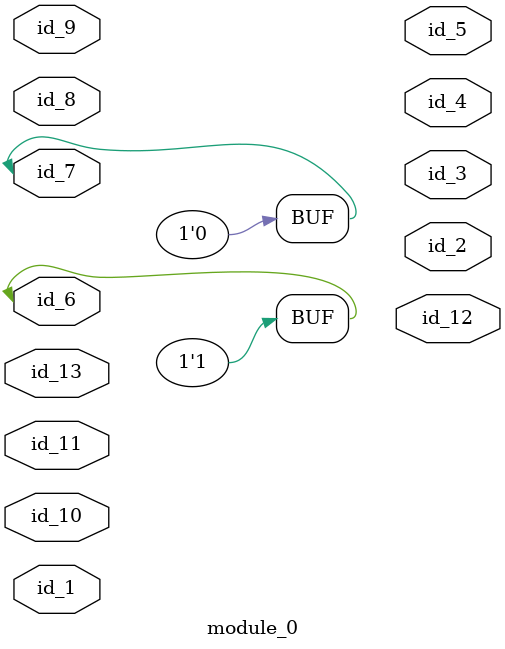
<source format=v>
module module_0 (
    id_1,
    id_2,
    id_3,
    id_4,
    id_5,
    id_6,
    id_7,
    id_8,
    id_9,
    id_10,
    id_11,
    id_12,
    id_13
);
  inout wire id_13;
  output wire id_12;
  input wire id_11;
  input wire id_10;
  input wire id_9;
  input wire id_8;
  inout wire id_7;
  inout wire id_6;
  output wire id_5;
  output wire id_4;
  output wire id_3;
  output wire id_2;
  input wire id_1;
  assign id_6 = 1;
  wire id_14;
  parameter id_15 = 1;
  always id_7 = id_15 == -1;
endmodule
module module_1;
  wire id_1;
  module_0 modCall_1 (
      id_1,
      id_1,
      id_1,
      id_1,
      id_1,
      id_1,
      id_1,
      id_1,
      id_1,
      id_1,
      id_1,
      id_1,
      id_1
  );
endmodule

</source>
